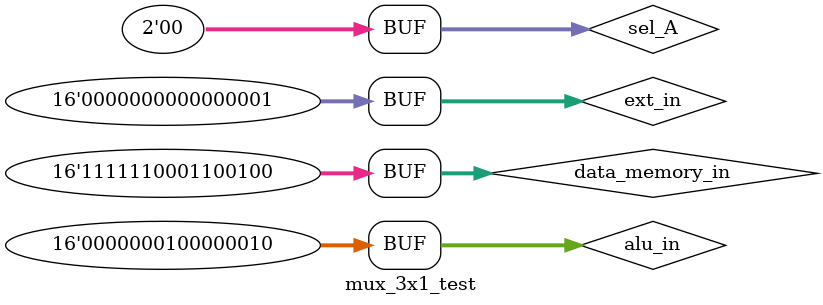
<source format=sv>
`timescale 1 ns / 10 ps

module mux_3x1_test#(
        parameter DATA_WIDTH = 16
    );

    logic [DATA_WIDTH - 1:0] alu_in, ext_in, data_memory_in;
    logic [1:0] sel_A;
    logic [DATA_WIDTH - 1:0] mux_A_out;

    mux_3x1 mux0(
        .in_10(alu_in),
        .in_01(ext_in),
        .in_00(data_memory_in),
        .select_3x1(sel_A), 
        .mux_out(mux_A_out)
    );

    initial
    begin
        ext_in = 15'b0000000001110001;
        data_memory_in = 15'b0000000000000000;
        alu_in = 16'b1111111110000010;
        sel_A = 2'b00;
        #1 sel_A = 2'b01;
        #1 sel_A = 2'b10;
        #1 alu_in = 16'b0000001010101010;
        #1 ext_in = 16'b0000000000000001;
        #1 sel_A = 2'b00;
        #1 sel_A = 2'b11;
        #1 sel_A = 2'b00;
        #1 data_memory_in = 16'b1111110001100100;
        #1 alu_in = 16'b0000000100000010;
    end
endmodule

</source>
